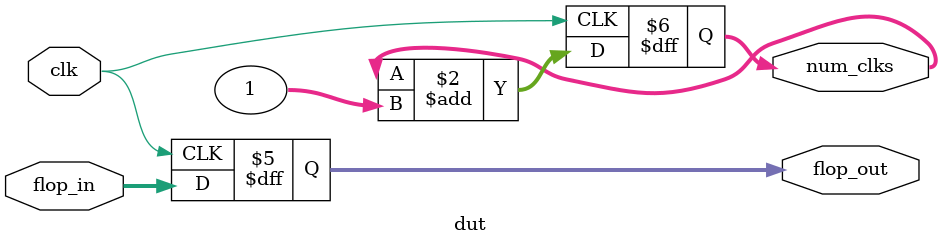
<source format=v>
module dut(clk, num_clks, flop_in, flop_out);
    input clk;
    input[31:0] flop_in;
    output[31:0] num_clks;
    output[31:0] flop_out;
    reg[31:0] num_clks;
    reg[31:0] flop_out;

    initial
    begin
        num_clks = 0;
    end

    always @(posedge clk)
        num_clks = num_clks + 1;

    always @(posedge clk)
        flop_out = flop_in;

endmodule

</source>
